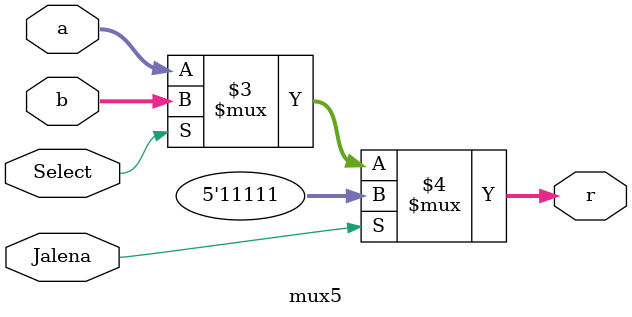
<source format=v>
`timescale 1ns / 1ps
module mux5(
    input [4:0] a,
    input [4:0] b,
    input Jalena,
    input Select,
    output [4:0] r
    );
    assign r = (Jalena==1) ? 5'b11111 : ( (Select==1) ?b:a );
endmodule

</source>
